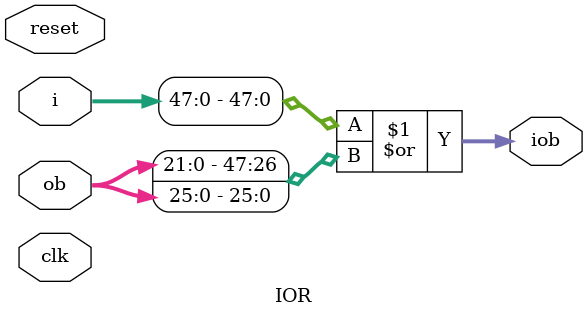
<source format=v>

`timescale 1ns/1ps
`default_nettype none

module IOR
  (input wire [31:0]  ob,
   input wire [48:0]  i,
   output wire [47:0] iob,

   input wire	      clk,
   input wire	      reset);

   ////////////////////////////////////////////////////////////////////////////////

   assign iob = i[47:0] | {ob[21:0], ob[25:0]};

endmodule

`default_nettype wire

// Local Variables:
// verilog-library-directories: ("..")
// End:

</source>
